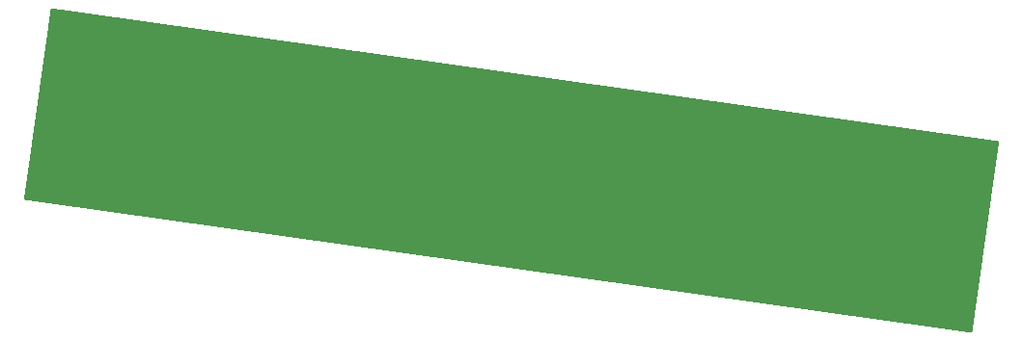
<source format=gko>
%FSLAX44Y44*%
%MOMM*%
G71*
G01*
G75*
G04 Layer_Color=16711935*
%ADD10C,0.7620*%
G04:AMPARAMS|DCode=11|XSize=2mm|YSize=1.75mm|CornerRadius=0mm|HoleSize=0mm|Usage=FLASHONLY|Rotation=279.640|XOffset=0mm|YOffset=0mm|HoleType=Round|Shape=Rectangle|*
%AMROTATEDRECTD11*
4,1,4,-1.0301,0.8394,0.6952,1.1324,1.0301,-0.8394,-0.6952,-1.1324,-1.0301,0.8394,0.0*
%
%ADD11ROTATEDRECTD11*%

%ADD12R,2.3000X2.3000*%
%ADD13R,0.8000X0.9000*%
%ADD14O,1.7500X0.3000*%
%ADD15R,0.7000X0.9000*%
%ADD16R,0.9000X0.7000*%
%ADD17R,0.9000X0.8000*%
%ADD18R,0.4900X0.3000*%
%ADD19R,0.5200X0.3000*%
%ADD20R,1.7000X1.1000*%
%ADD21C,0.4000*%
%ADD22R,1.0000X1.0000*%
%ADD23R,0.7000X1.4000*%
%ADD24R,0.5500X0.9500*%
%ADD25O,0.2800X0.8500*%
%ADD26R,2.4000X1.6500*%
%ADD27R,0.7000X0.3000*%
%ADD28R,1.0000X1.6000*%
%ADD29R,0.4500X0.8500*%
%ADD30R,2.4000X1.5000*%
%ADD31R,0.8500X0.7000*%
%ADD32O,0.7000X2.0000*%
%ADD33O,1.3500X0.4500*%
%ADD34R,2.0000X0.4000*%
G04:AMPARAMS|DCode=35|XSize=1.524mm|YSize=2.8448mm|CornerRadius=0mm|HoleSize=0mm|Usage=FLASHONLY|Rotation=82.000|XOffset=0mm|YOffset=0mm|HoleType=Round|Shape=Rectangle|*
%AMROTATEDRECTD35*
4,1,4,1.3025,-0.9525,-1.5146,-0.5566,-1.3025,0.9525,1.5146,0.5566,1.3025,-0.9525,0.0*
%
%ADD35ROTATEDRECTD35*%

G04:AMPARAMS|DCode=36|XSize=1.524mm|YSize=2.8448mm|CornerRadius=0mm|HoleSize=0mm|Usage=FLASHONLY|Rotation=352.000|XOffset=0mm|YOffset=0mm|HoleType=Round|Shape=Rectangle|*
%AMROTATEDRECTD36*
4,1,4,-0.9525,-1.3025,-0.5566,1.5146,0.9525,1.3025,0.5566,-1.5146,-0.9525,-1.3025,0.0*
%
%ADD36ROTATEDRECTD36*%

%ADD37O,0.3000X1.7500*%
%ADD38R,0.2500X0.7000*%
%ADD39R,2.3800X1.6500*%
%ADD40R,0.3000X0.4900*%
%ADD41R,0.3000X0.5200*%
%ADD42C,0.1905*%
%ADD43C,0.4064*%
%ADD44C,0.5080*%
%ADD45C,0.2540*%
%ADD46C,0.3048*%
%ADD47C,0.2032*%
%ADD48C,0.6096*%
%ADD49C,1.0160*%
%ADD50C,0.3556*%
%ADD51C,1.2700*%
%ADD52R,0.7000X0.2800*%
%ADD53R,1.5000X1.5000*%
%ADD54C,1.5000*%
%ADD55C,1.8500*%
%ADD56R,1.8500X1.8500*%
%ADD57R,1.5000X1.5000*%
%ADD58C,1.2700*%
%ADD59R,1.2700X1.2700*%
%ADD60C,1.5240*%
%ADD61C,2.9000*%
%ADD62C,0.6350*%
%ADD63C,0.9000*%
%ADD64C,0.7000*%
%ADD65C,0.5000*%
%ADD66C,0.6350*%
G04:AMPARAMS|DCode=67|XSize=0.65mm|YSize=1.35mm|CornerRadius=0mm|HoleSize=0mm|Usage=FLASHONLY|Rotation=13.600|XOffset=0mm|YOffset=0mm|HoleType=Round|Shape=Rectangle|*
%AMROTATEDRECTD67*
4,1,4,-0.1572,-0.7325,-0.4746,0.5797,0.1572,0.7325,0.4746,-0.5797,-0.1572,-0.7325,0.0*
%
%ADD67ROTATEDRECTD67*%

G04:AMPARAMS|DCode=68|XSize=0.4mm|YSize=1.35mm|CornerRadius=0mm|HoleSize=0mm|Usage=FLASHONLY|Rotation=13.600|XOffset=0mm|YOffset=0mm|HoleType=Round|Shape=Rectangle|*
%AMROTATEDRECTD68*
4,1,4,-0.0357,-0.7031,-0.3531,0.6090,0.0357,0.7031,0.3531,-0.6090,-0.0357,-0.7031,0.0*
%
%ADD68ROTATEDRECTD68*%

G04:AMPARAMS|DCode=69|XSize=0.825mm|YSize=1.15mm|CornerRadius=0mm|HoleSize=0mm|Usage=FLASHONLY|Rotation=13.600|XOffset=0mm|YOffset=0mm|HoleType=Round|Shape=Rectangle|*
%AMROTATEDRECTD69*
4,1,4,-0.2657,-0.6559,-0.5361,0.4619,0.2657,0.6559,0.5361,-0.4619,-0.2657,-0.6559,0.0*
%
%ADD69ROTATEDRECTD69*%

G04:AMPARAMS|DCode=70|XSize=0.775mm|YSize=1.15mm|CornerRadius=0mm|HoleSize=0mm|Usage=FLASHONLY|Rotation=13.600|XOffset=0mm|YOffset=0mm|HoleType=Round|Shape=Rectangle|*
%AMROTATEDRECTD70*
4,1,4,-0.2414,-0.6500,-0.5118,0.4678,0.2414,0.6500,0.5118,-0.4678,-0.2414,-0.6500,0.0*
%
%ADD70ROTATEDRECTD70*%

G04:AMPARAMS|DCode=71|XSize=1.2mm|YSize=1.55mm|CornerRadius=0mm|HoleSize=0mm|Usage=FLASHONLY|Rotation=13.600|XOffset=0mm|YOffset=0mm|HoleType=Round|Shape=Rectangle|*
%AMROTATEDRECTD71*
4,1,4,-0.4009,-0.8943,-0.7654,0.6122,0.4009,0.8943,0.7654,-0.6122,-0.4009,-0.8943,0.0*
%
%ADD71ROTATEDRECTD71*%

G04:AMPARAMS|DCode=72|XSize=2.51mm|YSize=1mm|CornerRadius=0mm|HoleSize=0mm|Usage=FLASHONLY|Rotation=13.600|XOffset=0mm|YOffset=0mm|HoleType=Round|Shape=Rectangle|*
%AMROTATEDRECTD72*
4,1,4,-1.1022,-0.7811,-1.3374,0.1909,1.1022,0.7811,1.3374,-0.1909,-1.1022,-0.7811,0.0*
%
%ADD72ROTATEDRECTD72*%

G04:AMPARAMS|DCode=73|XSize=1.2mm|YSize=2.1mm|CornerRadius=0mm|HoleSize=0mm|Usage=FLASHONLY|Rotation=13.600|XOffset=0mm|YOffset=0mm|HoleType=Round|Shape=Rectangle|*
%AMROTATEDRECTD73*
4,1,4,-0.3363,-1.1617,-0.8301,0.8795,0.3363,1.1617,0.8301,-0.8795,-0.3363,-1.1617,0.0*
%
%ADD73ROTATEDRECTD73*%

%ADD74C,0.0000*%
%ADD75C,0.1000*%
%ADD76C,0.2500*%
%ADD77C,0.6000*%
%ADD78C,0.2000*%
%ADD79C,0.1500*%
%ADD80R,0.4572X1.7018*%
%ADD81R,0.5842X0.1651*%
%ADD82R,0.6502X0.1854*%
%ADD83R,1.0500X0.6800*%
%ADD84R,0.5000X0.2600*%
%ADD85R,0.8000X1.4000*%
%ADD86O,0.2300X0.8000*%
%ADD87R,0.6500X0.2500*%
%ADD88R,0.0000X0.6000*%
G04:AMPARAMS|DCode=89|XSize=2.2032mm|YSize=1.9532mm|CornerRadius=0mm|HoleSize=0mm|Usage=FLASHONLY|Rotation=279.640|XOffset=0mm|YOffset=0mm|HoleType=Round|Shape=Rectangle|*
%AMROTATEDRECTD89*
4,1,4,-1.1473,0.9225,0.7783,1.2496,1.1473,-0.9225,-0.7783,-1.2496,-1.1473,0.9225,0.0*
%
%ADD89ROTATEDRECTD89*%

%ADD90R,2.5032X2.5032*%
%ADD91R,1.0032X1.1032*%
%ADD92O,1.9532X0.5032*%
%ADD93R,0.9032X1.1032*%
%ADD94R,1.1032X0.9032*%
%ADD95R,1.1032X1.0032*%
%ADD96R,0.5900X0.4000*%
%ADD97R,0.6200X0.4000*%
%ADD98R,1.9032X1.3032*%
%ADD99C,0.6032*%
%ADD100R,0.9032X1.6032*%
%ADD101R,0.7532X1.1532*%
%ADD102O,0.4200X0.9900*%
%ADD103R,2.5400X1.7900*%
%ADD104R,0.8400X0.4400*%
%ADD105R,1.1400X1.7400*%
%ADD106R,0.6532X1.0532*%
%ADD107R,2.6032X1.7032*%
%ADD108R,1.0532X0.9032*%
%ADD109O,0.9032X2.2032*%
%ADD110O,1.5532X0.6532*%
%ADD111R,2.2032X0.6032*%
G04:AMPARAMS|DCode=112|XSize=1.7272mm|YSize=3.048mm|CornerRadius=0mm|HoleSize=0mm|Usage=FLASHONLY|Rotation=82.000|XOffset=0mm|YOffset=0mm|HoleType=Round|Shape=Rectangle|*
%AMROTATEDRECTD112*
4,1,4,1.3890,-1.0673,-1.6294,-0.6431,-1.3890,1.0673,1.6294,0.6431,1.3890,-1.0673,0.0*
%
%ADD112ROTATEDRECTD112*%

G04:AMPARAMS|DCode=113|XSize=1.7272mm|YSize=3.048mm|CornerRadius=0mm|HoleSize=0mm|Usage=FLASHONLY|Rotation=352.000|XOffset=0mm|YOffset=0mm|HoleType=Round|Shape=Rectangle|*
%AMROTATEDRECTD113*
4,1,4,-1.0673,-1.3890,-0.6431,1.6294,1.0673,1.3890,0.6431,-1.6294,-1.0673,-1.3890,0.0*
%
%ADD113ROTATEDRECTD113*%

%ADD114O,0.5032X1.9532*%
%ADD115R,0.4532X0.9032*%
%ADD116R,2.5832X1.8532*%
%ADD117R,0.4000X0.5900*%
%ADD118R,0.4000X0.6200*%
%ADD119R,0.9032X0.4832*%
%ADD120R,1.7032X1.7032*%
%ADD121C,1.7032*%
%ADD122C,2.0532*%
%ADD123R,2.0532X2.0532*%
%ADD124R,1.7032X1.7032*%
%ADD125C,1.4732*%
%ADD126R,1.4732X1.4732*%
%ADD127C,1.7272*%
%ADD128C,3.1032*%
%ADD129C,0.8382*%
%ADD130C,1.1032*%
%ADD131C,0.9032*%
%ADD132C,0.7032*%
G04:AMPARAMS|DCode=133|XSize=0.8532mm|YSize=1.5532mm|CornerRadius=0mm|HoleSize=0mm|Usage=FLASHONLY|Rotation=13.600|XOffset=0mm|YOffset=0mm|HoleType=Round|Shape=Rectangle|*
%AMROTATEDRECTD133*
4,1,4,-0.2320,-0.8551,-0.5972,0.6545,0.2320,0.8551,0.5972,-0.6545,-0.2320,-0.8551,0.0*
%
%ADD133ROTATEDRECTD133*%

G04:AMPARAMS|DCode=134|XSize=0.6032mm|YSize=1.5532mm|CornerRadius=0mm|HoleSize=0mm|Usage=FLASHONLY|Rotation=13.600|XOffset=0mm|YOffset=0mm|HoleType=Round|Shape=Rectangle|*
%AMROTATEDRECTD134*
4,1,4,-0.1105,-0.8257,-0.4758,0.6839,0.1105,0.8257,0.4758,-0.6839,-0.1105,-0.8257,0.0*
%
%ADD134ROTATEDRECTD134*%

G04:AMPARAMS|DCode=135|XSize=1.0282mm|YSize=1.3532mm|CornerRadius=0mm|HoleSize=0mm|Usage=FLASHONLY|Rotation=13.600|XOffset=0mm|YOffset=0mm|HoleType=Round|Shape=Rectangle|*
%AMROTATEDRECTD135*
4,1,4,-0.3406,-0.7785,-0.6588,0.5367,0.3406,0.7785,0.6588,-0.5367,-0.3406,-0.7785,0.0*
%
%ADD135ROTATEDRECTD135*%

G04:AMPARAMS|DCode=136|XSize=0.9782mm|YSize=1.3532mm|CornerRadius=0mm|HoleSize=0mm|Usage=FLASHONLY|Rotation=13.600|XOffset=0mm|YOffset=0mm|HoleType=Round|Shape=Rectangle|*
%AMROTATEDRECTD136*
4,1,4,-0.3163,-0.7726,-0.6345,0.5426,0.3163,0.7726,0.6345,-0.5426,-0.3163,-0.7726,0.0*
%
%ADD136ROTATEDRECTD136*%

G04:AMPARAMS|DCode=137|XSize=1.4032mm|YSize=1.7532mm|CornerRadius=0mm|HoleSize=0mm|Usage=FLASHONLY|Rotation=13.600|XOffset=0mm|YOffset=0mm|HoleType=Round|Shape=Rectangle|*
%AMROTATEDRECTD137*
4,1,4,-0.4758,-1.0170,-0.8881,0.6870,0.4758,1.0170,0.8881,-0.6870,-0.4758,-1.0170,0.0*
%
%ADD137ROTATEDRECTD137*%

G04:AMPARAMS|DCode=138|XSize=2.7132mm|YSize=1.2032mm|CornerRadius=0mm|HoleSize=0mm|Usage=FLASHONLY|Rotation=13.600|XOffset=0mm|YOffset=0mm|HoleType=Round|Shape=Rectangle|*
%AMROTATEDRECTD138*
4,1,4,-1.1771,-0.9037,-1.4600,0.2657,1.1771,0.9037,1.4600,-0.2657,-1.1771,-0.9037,0.0*
%
%ADD138ROTATEDRECTD138*%

G04:AMPARAMS|DCode=139|XSize=1.4032mm|YSize=2.3032mm|CornerRadius=0mm|HoleSize=0mm|Usage=FLASHONLY|Rotation=13.600|XOffset=0mm|YOffset=0mm|HoleType=Round|Shape=Rectangle|*
%AMROTATEDRECTD139*
4,1,4,-0.4111,-1.2843,-0.9527,0.9543,0.4111,1.2843,0.9527,-0.9543,-0.4111,-1.2843,0.0*
%
%ADD139ROTATEDRECTD139*%

G04:AMPARAMS|DCode=140|XSize=84mm|YSize=17mm|CornerRadius=0mm|HoleSize=0mm|Usage=FLASHONLY|Rotation=352.000|XOffset=0mm|YOffset=0mm|HoleType=Round|Shape=Rectangle|*
%AMROTATEDRECTD140*
4,1,4,-42.7742,-2.5720,-40.4083,14.2625,42.7742,2.5720,40.4083,-14.2625,-42.7742,-2.5720,0.0*
%
%ADD140ROTATEDRECTD140*%

D140*
X361766Y320979D02*
D03*
M02*

</source>
